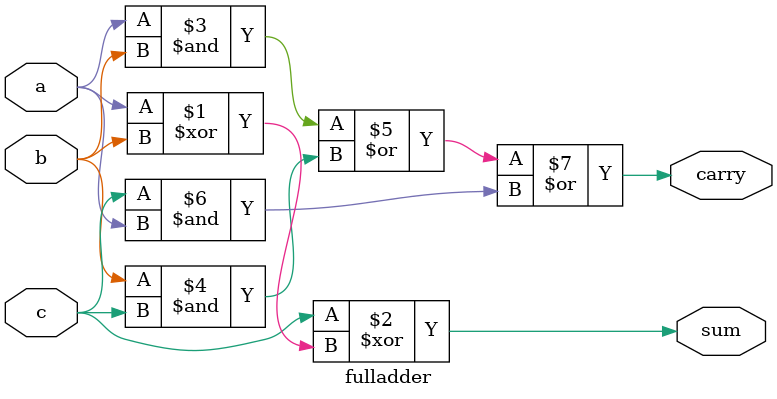
<source format=v>
`timescale 1ns / 1ps
module fulladder(
    input a,b,c,
    output sum,carry
    );
assign sum=c^(a^b);
assign carry=(a&b)|(b&c)|(c&a);

endmodule

</source>
